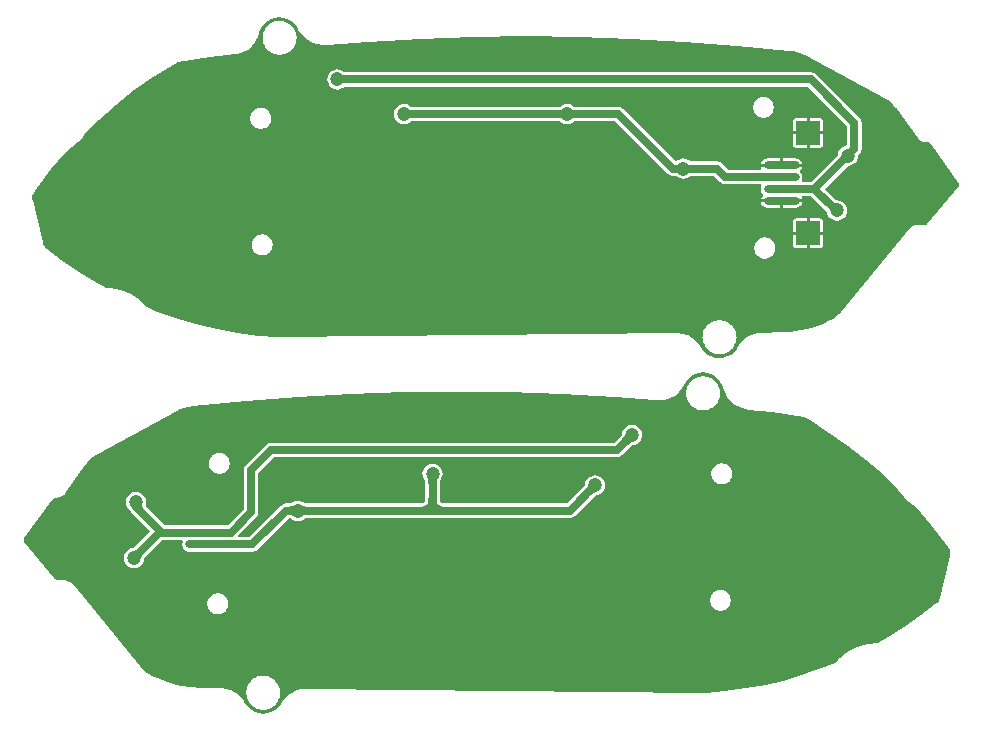
<source format=gbl>
G04 Layer_Physical_Order=2*
G04 Layer_Color=16711680*
%FSLAX44Y44*%
%MOMM*%
G71*
G01*
G75*
%ADD23C,0.7000*%
%ADD30C,1.2000*%
%ADD31O,3.0000X0.7000*%
%ADD32R,2.0000X2.0000*%
G36*
X229036Y595457D02*
X232341Y594454D01*
X235386Y592827D01*
X238055Y590636D01*
X240245Y587967D01*
X241434Y585743D01*
X241434Y585743D01*
X241665Y585405D01*
X241772Y585291D01*
X243111Y582787D01*
X246059Y579194D01*
X249652Y576246D01*
X253750Y574055D01*
X258198Y572706D01*
X262823Y572250D01*
X263517Y572319D01*
X264787Y572364D01*
X266029Y572459D01*
X300565Y575101D01*
X345143Y577535D01*
X389764Y578996D01*
X434406Y579483D01*
X479048Y578996D01*
X523669Y577535D01*
X568247Y575101D01*
X612761Y571696D01*
X657191Y567320D01*
X660104Y566968D01*
X660097Y566890D01*
X661290Y566796D01*
X661345Y566788D01*
X665343Y565828D01*
X668616Y564473D01*
X669735Y563896D01*
X670862Y563309D01*
X739269Y526239D01*
X739270Y526236D01*
X739262Y526220D01*
X742218Y524409D01*
X745363Y521722D01*
X748050Y518577D01*
X748126Y518453D01*
X748152Y518394D01*
X766033Y493369D01*
X766252Y493164D01*
X766418Y492915D01*
X766510Y492854D01*
X766953Y492277D01*
X768748Y490899D01*
X770839Y490033D01*
X773082Y489738D01*
X773122Y489743D01*
X773130Y489742D01*
X773150Y489746D01*
X773165Y489743D01*
X775244Y489763D01*
X775249Y489762D01*
X775254Y489763D01*
X775282Y489763D01*
X775348Y489777D01*
X776365Y489190D01*
Y489190D01*
X777123Y488170D01*
X800939Y454840D01*
X800939Y454836D01*
X800921Y454824D01*
X801205Y454138D01*
X801189Y454060D01*
X801205Y453983D01*
X800885Y453212D01*
X800884Y453211D01*
X774009Y420553D01*
X773934Y420414D01*
X773069Y420056D01*
X773023Y420065D01*
X773003Y420061D01*
X772985Y420064D01*
X765903Y419997D01*
X765828Y419981D01*
X763742Y419707D01*
X761652Y418841D01*
X759856Y417463D01*
X759623Y417159D01*
X759531Y417098D01*
X759433Y416951D01*
X759296Y416839D01*
X701312Y346380D01*
X701237Y346373D01*
X701237Y346373D01*
Y346372D01*
X699582Y344435D01*
X696436Y341748D01*
X694126Y340333D01*
X693070Y339688D01*
X691939Y339153D01*
X685604Y336157D01*
X676697Y332970D01*
X667521Y330672D01*
X658164Y329284D01*
X649739Y328870D01*
X649670Y328884D01*
X649650Y328880D01*
X649635Y328882D01*
X635348Y328746D01*
X634078Y328757D01*
Y328757D01*
X629679Y328324D01*
X625231Y326975D01*
X621133Y324784D01*
X617540Y321836D01*
X614591Y318243D01*
X614151Y317419D01*
X613449Y316374D01*
X613448Y316372D01*
X612683Y314940D01*
X610493Y312271D01*
X607823Y310081D01*
X604778Y308453D01*
X601474Y307451D01*
X598037Y307112D01*
X594601Y307451D01*
X591297Y308453D01*
X588252Y310081D01*
X585583Y312271D01*
X583392Y314940D01*
X582784Y316078D01*
X582784Y316078D01*
X582085Y317143D01*
X581865Y317554D01*
X578917Y321147D01*
X575324Y324095D01*
X571226Y326286D01*
X566778Y327635D01*
X563170Y327990D01*
X562153Y328091D01*
X561927Y328068D01*
X561927Y328046D01*
X561925Y328045D01*
X224029Y324818D01*
X208272Y326058D01*
X190292Y328425D01*
X172460Y331730D01*
X154826Y335963D01*
X137437Y341114D01*
X120342Y347168D01*
X115012Y349376D01*
D01*
X113935Y349954D01*
X113459Y350272D01*
X112562Y351097D01*
X112045Y351664D01*
X111716Y352025D01*
X111694Y352049D01*
X111387Y352393D01*
X111386Y352394D01*
X111386Y352394D01*
X111384Y352396D01*
X111381Y352399D01*
X111379Y352402D01*
X111376Y352405D01*
X111345Y352429D01*
X111324Y352462D01*
X111094Y352707D01*
X111081Y352716D01*
X111073Y352729D01*
X110840Y352972D01*
X110828Y352981D01*
X110820Y352994D01*
X110585Y353235D01*
X110565Y353255D01*
X110564Y353256D01*
X110552Y353269D01*
X110549Y353273D01*
X110467Y353354D01*
X110329Y353495D01*
X110316Y353507D01*
X110313Y353512D01*
X110151Y353671D01*
X110069Y353754D01*
X110047Y353775D01*
X110047Y353775D01*
X110033Y353789D01*
X109833Y353985D01*
X109543Y354265D01*
X109543Y354265D01*
X109520Y354286D01*
X109283Y354512D01*
X109277Y354517D01*
X109276Y354518D01*
X109255Y354538D01*
X109013Y354764D01*
X109011Y354766D01*
X109009Y354767D01*
X108987Y354787D01*
X108914Y354854D01*
X108741Y355013D01*
X108727Y355022D01*
X108718Y355034D01*
X108468Y355259D01*
X108455Y355267D01*
X108446Y355279D01*
X108195Y355502D01*
X108181Y355510D01*
X108172Y355522D01*
X107919Y355743D01*
X107905Y355751D01*
X107895Y355764D01*
X107642Y355981D01*
X107633Y355986D01*
X107626Y355994D01*
X107626Y355995D01*
X107621Y355998D01*
X107618Y356002D01*
X107363Y356217D01*
X107349Y356225D01*
X107339Y356237D01*
X107080Y356451D01*
X107066Y356459D01*
X107057Y356471D01*
X106797Y356683D01*
X106783Y356690D01*
X106773Y356702D01*
X106512Y356912D01*
X106498Y356919D01*
X106488Y356931D01*
X106224Y357139D01*
X106210Y357146D01*
X106200Y357158D01*
X105936Y357362D01*
X105926Y357367D01*
X105919Y357376D01*
X105918Y357377D01*
X105914Y357379D01*
X105911Y357382D01*
X105646Y357584D01*
X105632Y357591D01*
X105621Y357603D01*
X105353Y357804D01*
X105338Y357811D01*
X105327Y357823D01*
X105059Y358021D01*
X105051Y358025D01*
X105044Y358031D01*
X105043Y358032D01*
X105037Y358035D01*
X105033Y358040D01*
X104763Y358235D01*
X104749Y358242D01*
X104738Y358253D01*
X104465Y358448D01*
X104451Y358454D01*
X104440Y358465D01*
X104166Y358657D01*
X104151Y358663D01*
X104141Y358674D01*
X103865Y358864D01*
X103850Y358870D01*
X103840Y358881D01*
X103562Y359068D01*
X103547Y359075D01*
X103536Y359086D01*
X103259Y359269D01*
X103244Y359276D01*
X103232Y359287D01*
X102952Y359469D01*
X102938Y359475D01*
X102927Y359486D01*
X102645Y359666D01*
X102630Y359672D01*
X102619Y359682D01*
X102336Y359860D01*
X102321Y359866D01*
X102309Y359876D01*
X102026Y360051D01*
X102013Y360056D01*
X102002Y360065D01*
X102001Y360066D01*
X102000Y360067D01*
X101999Y360068D01*
X101714Y360240D01*
X101712Y360241D01*
X101709Y360243D01*
X101707Y360244D01*
X101697Y360248D01*
X101688Y360255D01*
X101687Y360256D01*
X101687Y360256D01*
X101687Y360256D01*
X101401Y360426D01*
X101385Y360431D01*
X101373Y360442D01*
X101371Y360443D01*
X101371Y360444D01*
X101370Y360444D01*
X101086Y360609D01*
X101070Y360615D01*
X101058Y360625D01*
X100770Y360790D01*
X100755Y360795D01*
X100743Y360806D01*
X100451Y360969D01*
X100436Y360973D01*
X100424Y360983D01*
X100132Y361144D01*
X100117Y361149D01*
X100105Y361158D01*
X99812Y361316D01*
X99797Y361321D01*
X99785Y361331D01*
X99784Y361331D01*
X99784Y361331D01*
X99784Y361331D01*
X99491Y361486D01*
X99476Y361490D01*
X99464Y361500D01*
X99463Y361501D01*
X99463Y361501D01*
X99462Y361501D01*
X99168Y361653D01*
X99153Y361657D01*
X99140Y361668D01*
X98843Y361818D01*
X98828Y361822D01*
X98815Y361832D01*
X98517Y361979D01*
X98502Y361984D01*
X98489Y361993D01*
X98191Y362138D01*
X98176Y362142D01*
X98163Y362151D01*
X97863Y362294D01*
X97847Y362298D01*
X97835Y362307D01*
X97533Y362447D01*
X97518Y362451D01*
X97506Y362460D01*
X97324Y362543D01*
X97203Y362598D01*
X97175Y362610D01*
X97174Y362611D01*
X97171Y362612D01*
X96872Y362745D01*
X96844Y362757D01*
X96843Y362758D01*
X96837Y362761D01*
X96539Y362890D01*
X96511Y362902D01*
X96511Y362902D01*
X96177Y363045D01*
X95870Y363172D01*
X95870Y363172D01*
X95869Y363172D01*
X95563Y363296D01*
X95559Y363297D01*
X95536Y363306D01*
X95536Y363306D01*
X95509Y363317D01*
X95508Y363317D01*
X95506Y363318D01*
X95205Y363437D01*
X95198Y363440D01*
X95197Y363440D01*
X95169Y363451D01*
X94863Y363568D01*
X94860Y363570D01*
X94859Y363570D01*
X94831Y363581D01*
X94689Y363634D01*
X94522Y363697D01*
X94506Y363700D01*
X94492Y363708D01*
X94183Y363821D01*
X94166Y363824D01*
X94152Y363832D01*
X93843Y363942D01*
X93833Y363944D01*
X93824Y363949D01*
X93823Y363949D01*
X93820Y363950D01*
X93816Y363951D01*
X93814Y363952D01*
X93812Y363953D01*
X93811Y363953D01*
X93501Y364061D01*
X93484Y364063D01*
X93470Y364072D01*
X93158Y364176D01*
X93142Y364178D01*
X93128Y364186D01*
X92815Y364289D01*
X92799Y364291D01*
X92784Y364299D01*
X92472Y364398D01*
X92456Y364400D01*
X92441Y364408D01*
X92126Y364505D01*
X92110Y364507D01*
X92096Y364514D01*
X91782Y364608D01*
X91769Y364610D01*
X91757Y364616D01*
X91757Y364616D01*
X91753Y364616D01*
X91750Y364618D01*
X91435Y364709D01*
X91419Y364710D01*
X91404Y364718D01*
X91089Y364806D01*
X91073Y364808D01*
X91058Y364815D01*
X90741Y364901D01*
X90725Y364902D01*
X90710Y364909D01*
X90392Y364992D01*
X90376Y364994D01*
X90361Y365000D01*
X90044Y365081D01*
X90028Y365081D01*
X90013Y365088D01*
X89694Y365166D01*
X89678Y365167D01*
X89664Y365173D01*
X89345Y365248D01*
X89328Y365249D01*
X89313Y365256D01*
X88995Y365327D01*
X88989Y365328D01*
X88983Y365330D01*
X88982Y365330D01*
X88972Y365331D01*
X88963Y365335D01*
X88644Y365404D01*
X88627Y365404D01*
X88612Y365410D01*
X88292Y365477D01*
X88275Y365477D01*
X88260Y365483D01*
X87942Y365546D01*
X87929D01*
X87918Y365551D01*
X87916Y365551D01*
X87913Y365551D01*
X87909Y365553D01*
X87588Y365614D01*
X87579Y365613D01*
X87570Y365617D01*
X87569Y365617D01*
X87565Y365617D01*
X87562Y365618D01*
X87562Y365618D01*
X87558Y365618D01*
X87555Y365620D01*
X87236Y365677D01*
X87219Y365677D01*
X87204Y365683D01*
X86882Y365738D01*
X86866Y365737D01*
X86851Y365743D01*
X86529Y365796D01*
X86512Y365795D01*
X86496Y365801D01*
X86177Y365850D01*
X86168Y365849D01*
X86161Y365852D01*
X86159Y365852D01*
X86151Y365852D01*
X86143Y365855D01*
X85822Y365901D01*
X85805Y365900D01*
X85789Y365906D01*
X85467Y365949D01*
X85455Y365949D01*
X85443Y365952D01*
X85443Y365953D01*
X85438Y365952D01*
X85434Y365954D01*
X85113Y365994D01*
X85096Y365993D01*
X85080Y365998D01*
X84759Y366036D01*
X84742Y366035D01*
X84726Y366040D01*
X84403Y366075D01*
X84387Y366074D01*
X84371Y366078D01*
X84048Y366111D01*
X84031Y366109D01*
X84015Y366114D01*
X83694Y366143D01*
X83689Y366143D01*
X83684Y366144D01*
X83683Y366144D01*
X83672Y366143D01*
X83661Y366146D01*
X83338Y366172D01*
X83321Y366170D01*
X83304Y366175D01*
X82983Y366199D01*
X82966Y366196D01*
X82950Y366201D01*
X82627Y366222D01*
X82611Y366219D01*
X82595Y366223D01*
X82272Y366241D01*
X82255Y366239D01*
X82239Y366243D01*
X81917Y366258D01*
X81900Y366255D01*
X81884Y366259D01*
X81561Y366272D01*
X81545Y366269D01*
X81528Y366273D01*
X81207Y366282D01*
X81190Y366279D01*
X81173Y366283D01*
X80851Y366289D01*
X80835Y366286D01*
X80818Y366289D01*
X80609Y366292D01*
X80588Y366288D01*
X80565Y366292D01*
X80515Y366282D01*
X80457Y366294D01*
X80388Y366280D01*
X78752Y366605D01*
X77629Y367122D01*
X77629Y367122D01*
X71281Y370569D01*
X55818Y380044D01*
X40872Y390316D01*
X28895Y399507D01*
X27920Y400322D01*
X27920Y400322D01*
Y400322D01*
X27042Y401153D01*
X26098Y402566D01*
X25754Y403767D01*
X25405Y404989D01*
X16783Y440775D01*
X16537Y442022D01*
X16537Y442022D01*
X16537Y442022D01*
X16244Y443492D01*
X16731Y445942D01*
X17550Y447168D01*
X17533Y447180D01*
X20572Y451495D01*
X32542Y466833D01*
X45251Y481566D01*
X47359Y483780D01*
X47359D01*
X47739Y484094D01*
X48718Y484835D01*
Y484835D01*
X49714Y485589D01*
X50963Y486354D01*
X55278Y490040D01*
X58964Y494355D01*
X60936Y497575D01*
X61022Y497531D01*
X61028Y497528D01*
X61304Y497942D01*
X62065Y498892D01*
X72758Y509073D01*
X87490Y521781D01*
X102828Y533751D01*
X118735Y544954D01*
X135173Y555363D01*
X139955Y558072D01*
X167297Y561976D01*
X188404Y564520D01*
Y564520D01*
X189654Y564765D01*
X190178Y564817D01*
X194625Y566166D01*
X198724Y568357D01*
X202317Y571305D01*
X205265Y574898D01*
X207456Y578997D01*
X208137Y581242D01*
X208558Y582388D01*
X208559Y582389D01*
X208558Y582389D01*
X209327Y584922D01*
X210954Y587967D01*
X213145Y590636D01*
X215814Y592827D01*
X218859Y594454D01*
X222164Y595457D01*
X225600Y595795D01*
X229036Y595457D01*
D02*
G37*
G36*
X587779Y294573D02*
X591094Y293568D01*
X594148Y291935D01*
X596825Y289738D01*
X599023Y287061D01*
X600656Y284006D01*
X601058Y282678D01*
X601369Y281487D01*
X601368Y281484D01*
X601377Y281457D01*
X601379Y281452D01*
X601391Y281429D01*
X601841Y280340D01*
X602526Y278081D01*
X604712Y273991D01*
X607654Y270407D01*
X611238Y267465D01*
X615328Y265280D01*
X619765Y263933D01*
X620278Y263883D01*
X621174Y263649D01*
X621509Y263558D01*
X621523Y263552D01*
X622793Y263486D01*
X642642Y261093D01*
X669995Y257188D01*
X674787Y254473D01*
X691227Y244063D01*
X707136Y232858D01*
X722477Y220886D01*
X737211Y208176D01*
X746975Y198881D01*
X747750Y197859D01*
X747774Y197842D01*
X747800Y197831D01*
X748663Y197017D01*
X748938Y196582D01*
X748964Y196519D01*
X748994Y196538D01*
X749135Y196428D01*
X749697Y195598D01*
X751012Y193451D01*
X754692Y189142D01*
X759001Y185462D01*
X760222Y184714D01*
X761223Y183918D01*
X761245Y183903D01*
X761250Y183901D01*
X761645Y183652D01*
X762451Y182772D01*
X762464Y182741D01*
X762613Y182880D01*
X764722Y180666D01*
X777432Y165931D01*
X789403Y150591D01*
X791732Y147284D01*
X792131Y146625D01*
X792378Y146215D01*
X792379Y146213D01*
X792387Y146200D01*
X792388Y146200D01*
X792389Y146200D01*
X792471Y146091D01*
X793145Y145187D01*
X793252Y145027D01*
X793710Y142723D01*
X793677Y142556D01*
X793710Y142389D01*
X793701Y142342D01*
X793430Y141116D01*
X793419Y141090D01*
X793204Y139836D01*
X784579Y104040D01*
X784200Y102826D01*
X784185Y102791D01*
X783867Y101581D01*
X782964Y100231D01*
X782293Y99686D01*
X781973Y99431D01*
X781973Y99431D01*
X781950Y99417D01*
X781049Y98512D01*
X769091Y89337D01*
X754143Y79063D01*
X738678Y69586D01*
X733435Y66739D01*
X732337Y66143D01*
X732321Y66154D01*
X732321Y66154D01*
X732309Y66150D01*
X731190Y65616D01*
X730570Y65493D01*
X729299Y65527D01*
X729112Y65525D01*
X728052Y65472D01*
X727688Y65448D01*
X727330Y65420D01*
X726977Y65391D01*
X726277Y65326D01*
X725209Y65201D01*
X724855Y65154D01*
X724143Y65050D01*
X723438Y64935D01*
X722377Y64740D01*
X722021Y64668D01*
X721311Y64516D01*
X720956Y64434D01*
X720275Y64275D01*
X719576Y64094D01*
X719223Y63999D01*
X718527Y63802D01*
X717835Y63594D01*
X717496Y63488D01*
X717125Y63367D01*
X716806Y63262D01*
X715776Y62901D01*
X715449Y62782D01*
X715107Y62652D01*
X714764Y62520D01*
X714088Y62249D01*
X714066Y62240D01*
X713724Y62098D01*
X713378Y61952D01*
X713042Y61806D01*
X712719Y61663D01*
X712423Y61528D01*
X711738Y61209D01*
X711438Y61063D01*
X711075Y60886D01*
X710760Y60728D01*
X710427Y60558D01*
X710114Y60394D01*
X709792Y60222D01*
X709472Y60049D01*
X709151Y59872D01*
X708861Y59707D01*
X708545Y59525D01*
X707916Y59155D01*
X707257Y58757D01*
X706956Y58567D01*
X706637Y58365D01*
X706323Y58163D01*
X705734Y57767D01*
X705130Y57351D01*
X704828Y57138D01*
X704225Y56703D01*
X703939Y56490D01*
X703936Y56487D01*
X703362Y56049D01*
X702489Y55361D01*
X701920Y54893D01*
X701084Y54177D01*
X700807Y53933D01*
X699998Y53194D01*
X699729Y52940D01*
X699501Y52711D01*
X698992Y52176D01*
X698748Y51912D01*
X698424Y51521D01*
X698423Y51519D01*
X697775Y50520D01*
X697623Y50352D01*
X697357Y50338D01*
X697334Y50302D01*
X697183Y50112D01*
X696874Y49738D01*
X696447Y49254D01*
X696018Y48967D01*
X695489Y48684D01*
X694929Y48385D01*
X693767Y47903D01*
X689610Y46181D01*
X672512Y40127D01*
X655121Y34975D01*
X637484Y30741D01*
X619649Y27436D01*
X601666Y25068D01*
X587140Y23925D01*
X585871Y24052D01*
X585841Y24064D01*
X585707Y24009D01*
X585538Y23831D01*
X584600Y23840D01*
X249240Y27043D01*
X249178Y27045D01*
X249157Y27049D01*
X249156Y27049D01*
X247985Y27291D01*
Y27286D01*
X247970Y27273D01*
X246851Y27009D01*
X243165Y26646D01*
X238727Y25300D01*
X234638Y23114D01*
X231054Y20172D01*
X228112Y16588D01*
X227900Y16191D01*
X227181Y15139D01*
X227172Y15115D01*
X227190Y15105D01*
X226585Y13974D01*
X224388Y11297D01*
X221711Y9100D01*
X218656Y7467D01*
X215342Y6461D01*
X211895Y6122D01*
X208448Y6461D01*
X205134Y7467D01*
X202079Y9100D01*
X199402Y11297D01*
X197204Y13974D01*
X197055Y14255D01*
X196465Y15379D01*
X196454Y15405D01*
X195915Y16185D01*
X195777Y16388D01*
X195756Y16420D01*
X195744Y16439D01*
X195296Y17277D01*
X192354Y20861D01*
X188770Y23803D01*
X184680Y25989D01*
X180243Y27335D01*
X176972Y27657D01*
X175859Y27968D01*
X175859Y27969D01*
X175859Y27969D01*
X175834Y27980D01*
X175824Y27980D01*
X175824Y27980D01*
X175815Y27976D01*
X175613Y27938D01*
X175613Y27938D01*
X174562Y27756D01*
X161558Y27880D01*
X160441Y28091D01*
X160305Y28119D01*
X160296Y28122D01*
X160274Y28126D01*
X159003Y27938D01*
X151763Y28294D01*
X142401Y29683D01*
X133219Y31982D01*
X124308Y35171D01*
X117989Y38159D01*
X116902Y38752D01*
X116901Y38755D01*
X116874Y38768D01*
X116871Y38769D01*
X115766Y39358D01*
X113464Y40768D01*
X110313Y43460D01*
X109479Y44436D01*
X108744Y45453D01*
X108742Y45457D01*
X108726Y45485D01*
X108714Y45486D01*
X107820Y46332D01*
X51391Y114901D01*
X50698Y115743D01*
X50719Y115956D01*
X50719Y115956D01*
X50709Y115981D01*
X50040Y116487D01*
X50039Y116488D01*
X49729Y116725D01*
X48254Y117858D01*
X46176Y118718D01*
X45216Y118844D01*
X45131Y118856D01*
X44041Y119229D01*
X44041Y119230D01*
X44040Y119230D01*
X44019Y119238D01*
X44013Y119239D01*
X44013Y119239D01*
X44010Y119237D01*
X42841Y119018D01*
X38214Y119062D01*
X37135Y119265D01*
X36970Y119298D01*
X35989Y119705D01*
X35983Y119706D01*
X35064Y120576D01*
X9822Y151249D01*
X9240Y152157D01*
X9126Y152340D01*
X9116Y152365D01*
X8981Y152833D01*
X8898Y153130D01*
X8967Y153490D01*
X9046Y153868D01*
X9056Y153893D01*
X9036Y154014D01*
X9668Y154940D01*
X32769Y187269D01*
X33569Y188180D01*
X33571Y188180D01*
Y188180D01*
X34685Y188645D01*
X34685D01*
X34687Y188646D01*
X34692Y188650D01*
X35682Y188837D01*
X36767Y188633D01*
X36788Y188625D01*
X36795Y188625D01*
X36802Y188624D01*
X36802Y188624D01*
X36806Y188626D01*
X36850Y188856D01*
X39080Y189149D01*
X41157Y190010D01*
X42142Y190765D01*
X42941Y191379D01*
X43056Y191529D01*
X43120Y191603D01*
X43945Y192387D01*
X43949Y192397D01*
X44594Y193498D01*
X60991Y216447D01*
X61825Y217411D01*
X61831Y217419D01*
X61842Y217443D01*
X61848Y217458D01*
X62556Y218512D01*
X64531Y220824D01*
X67683Y223516D01*
X69555Y224663D01*
X70650Y225280D01*
X70685Y225295D01*
X70698Y225302D01*
X71758Y225958D01*
X139033Y262413D01*
X140161Y262948D01*
X140182Y262957D01*
X141287Y263582D01*
X144572Y264944D01*
X148603Y265911D01*
X148644Y265914D01*
X149821Y265915D01*
X149822Y265901D01*
X149849Y265907D01*
X150999Y266222D01*
X151019Y266226D01*
X152181Y266370D01*
X152276Y266381D01*
X152735Y266437D01*
X197166Y270813D01*
X241682Y274219D01*
X286261Y276653D01*
X330883Y278113D01*
X375527Y278600D01*
X420170Y278113D01*
X464792Y276653D01*
X509371Y274219D01*
X543911Y271576D01*
X545117Y271335D01*
X545130Y271329D01*
X546413Y271437D01*
X547109Y271368D01*
X551724Y271823D01*
X556161Y273169D01*
X560251Y275355D01*
X563835Y278296D01*
X566777Y281881D01*
X567771Y283741D01*
X567874Y283917D01*
X568367Y284701D01*
X568449Y284779D01*
X568450Y284779D01*
X568452Y284784D01*
X569025Y285906D01*
X569642Y287061D01*
X571839Y289738D01*
X574516Y291935D01*
X577571Y293568D01*
X580886Y294573D01*
X584332Y294913D01*
X587779Y294573D01*
D02*
G37*
%LPC*%
G36*
X225758Y592765D02*
X225591Y592731D01*
X225420Y592743D01*
X224830Y592665D01*
X224653D01*
X224403Y592615D01*
X224148D01*
X223553Y592497D01*
X222353Y592339D01*
X222032Y592230D01*
X221700Y592164D01*
X218842Y590980D01*
X218560Y590792D01*
X218256Y590642D01*
X217068Y589730D01*
X216881Y589605D01*
X216801Y589525D01*
X215802Y588758D01*
X215578Y588504D01*
X215324Y588280D01*
X214557Y587281D01*
X214530Y587254D01*
X214488Y587191D01*
X213440Y585826D01*
X213291Y585522D01*
X213102Y585240D01*
X211918Y582382D01*
X211852Y582050D01*
X211743Y581729D01*
X211339Y578662D01*
X211362Y578324D01*
X211339Y577985D01*
X211743Y574918D01*
X211852Y574597D01*
X211918Y574265D01*
X213102Y571407D01*
X213291Y571125D01*
X213440Y570821D01*
X214503Y569436D01*
X214530Y569396D01*
X214547Y569379D01*
X215324Y568367D01*
X215578Y568143D01*
X215802Y567889D01*
X216814Y567112D01*
X216881Y567045D01*
X217039Y566939D01*
X218256Y566005D01*
X218560Y565855D01*
X218842Y565667D01*
X221700Y564483D01*
X222032Y564417D01*
X222353Y564308D01*
X223596Y564145D01*
X224148Y564035D01*
X224403D01*
X224653Y563985D01*
X224807D01*
X225420Y563904D01*
X225591Y563916D01*
X225758Y563882D01*
X225926Y563916D01*
X226096Y563904D01*
X226709Y563985D01*
X226967D01*
X227218Y564035D01*
X227473D01*
X228227Y564185D01*
X229164Y564308D01*
X229485Y564417D01*
X229817Y564483D01*
X230136Y564616D01*
X230228Y564634D01*
X232367Y565520D01*
X232445Y565572D01*
X232675Y565667D01*
X232809Y565756D01*
X232815Y565759D01*
X232965Y565860D01*
X233261Y566005D01*
X233782Y566405D01*
X234739Y567045D01*
X234919Y567225D01*
X235131Y567367D01*
X235449Y567685D01*
X235715Y567889D01*
X235939Y568143D01*
X236193Y568367D01*
X236397Y568633D01*
X236768Y569003D01*
X236910Y569216D01*
X237090Y569396D01*
X237813Y570477D01*
X238077Y570821D01*
X238173Y571016D01*
X238376Y571320D01*
X238407Y571395D01*
X238415Y571407D01*
X238481Y571567D01*
X238615Y571768D01*
X239501Y573907D01*
X239548Y574143D01*
X239599Y574265D01*
X239601Y574278D01*
X239648Y574392D01*
X239724Y574772D01*
X239774Y574918D01*
X239814Y575224D01*
X240100Y576662D01*
Y576917D01*
X240150Y577168D01*
Y577776D01*
X240177Y577985D01*
X240155Y578324D01*
X240177Y578662D01*
X240150Y578871D01*
Y579482D01*
X240100Y579732D01*
Y579987D01*
X239813Y581432D01*
X239774Y581729D01*
X239725Y581871D01*
X239648Y582258D01*
X239600Y582374D01*
X239599Y582382D01*
X239549Y582501D01*
X239501Y582743D01*
X238615Y584882D01*
X238478Y585087D01*
X238415Y585240D01*
X238410Y585247D01*
X238376Y585330D01*
X238167Y585642D01*
X238077Y585826D01*
X237828Y586150D01*
X237090Y587254D01*
X236910Y587434D01*
X236768Y587646D01*
X236388Y588027D01*
X236193Y588280D01*
X235939Y588504D01*
X235715Y588758D01*
X235462Y588953D01*
X235131Y589283D01*
X234919Y589425D01*
X234739Y589605D01*
X233753Y590264D01*
X233261Y590642D01*
X232982Y590779D01*
X232815Y590891D01*
X232798Y590898D01*
X232675Y590980D01*
X232457Y591070D01*
X232367Y591130D01*
X230228Y592016D01*
X230123Y592037D01*
X229817Y592164D01*
X229485Y592230D01*
X229164Y592339D01*
X228270Y592456D01*
X227473Y592615D01*
X227218D01*
X226967Y592665D01*
X226688D01*
X226096Y592743D01*
X225926Y592731D01*
X225758Y592765D01*
D02*
G37*
G36*
X635508Y528286D02*
X635258Y528236D01*
X635003D01*
X632565Y527751D01*
X631631Y527364D01*
X629564Y525983D01*
X629564Y525983D01*
X628849Y525268D01*
X627468Y523201D01*
X627081Y522267D01*
X626596Y519829D01*
Y518818D01*
X627081Y516380D01*
X627468Y515446D01*
X628849Y513379D01*
X628849Y513379D01*
X629564Y512664D01*
X631631Y511283D01*
X632565Y510896D01*
X635003Y510411D01*
X635258D01*
X635508Y510361D01*
X635759Y510411D01*
X636014D01*
X638452Y510896D01*
X639386Y511283D01*
X641453Y512664D01*
X641453Y512664D01*
X642168Y513379D01*
X643549Y515446D01*
X643936Y516380D01*
X644421Y518818D01*
Y519829D01*
X643936Y522267D01*
X643549Y523201D01*
X642168Y525268D01*
X642168Y525268D01*
X641453Y525983D01*
X639386Y527364D01*
X638452Y527751D01*
X636014Y528236D01*
X635759D01*
X635508Y528286D01*
D02*
G37*
G36*
X210009Y519036D02*
X209758Y518986D01*
X209503D01*
X207065Y518501D01*
X206131Y518114D01*
X204064Y516733D01*
X204064Y516733D01*
X203349Y516018D01*
X201968Y513951D01*
X201581Y513017D01*
X201096Y510579D01*
Y509568D01*
X201581Y507130D01*
X201968Y506196D01*
X203349Y504129D01*
X203349Y504129D01*
X204064Y503414D01*
X206131Y502033D01*
X207065Y501646D01*
X209503Y501161D01*
X209758D01*
X210009Y501111D01*
X210259Y501161D01*
X210514D01*
X212952Y501646D01*
X213886Y502033D01*
X215953Y503414D01*
X215953Y503414D01*
X216668Y504129D01*
X218049Y506196D01*
X218436Y507130D01*
X218921Y509568D01*
Y510579D01*
X218436Y513017D01*
X218049Y513951D01*
X216668Y516018D01*
X216668Y516018D01*
X215953Y516733D01*
X213886Y518114D01*
X212952Y518501D01*
X210514Y518986D01*
X210259D01*
X210009Y519036D01*
D02*
G37*
G36*
X683259Y510413D02*
X674529D01*
Y499094D01*
X685848D01*
Y507824D01*
X685651Y508815D01*
X685090Y509655D01*
X684249Y510216D01*
X683259Y510413D01*
D02*
G37*
G36*
X671989D02*
X663259D01*
X662267Y510216D01*
X661427Y509655D01*
X660866Y508815D01*
X660669Y507824D01*
Y499094D01*
X671989D01*
Y510413D01*
D02*
G37*
G36*
X685848Y496553D02*
X674529D01*
Y485234D01*
X683259D01*
X684249Y485431D01*
X685090Y485992D01*
X685651Y486833D01*
X685848Y487824D01*
Y496553D01*
D02*
G37*
G36*
X671989D02*
X660669D01*
Y487824D01*
X660866Y486833D01*
X661427Y485992D01*
X662267Y485431D01*
X663259Y485234D01*
X671989D01*
Y496553D01*
D02*
G37*
G36*
X662259Y476482D02*
X652029D01*
Y471594D01*
X668164D01*
X667948Y472680D01*
X666613Y474678D01*
X664615Y476013D01*
X662259Y476482D01*
D02*
G37*
G36*
X649489D02*
X639258D01*
X636902Y476013D01*
X634904Y474678D01*
X633569Y472680D01*
X633353Y471594D01*
X649489D01*
Y476482D01*
D02*
G37*
G36*
X274758Y551687D02*
X272529Y551394D01*
X270452Y550533D01*
X268668Y549164D01*
X267299Y547380D01*
X266438Y545303D01*
X266145Y543074D01*
X266438Y540844D01*
X267299Y538767D01*
X268668Y536983D01*
X270452Y535614D01*
X272529Y534753D01*
X274758Y534460D01*
X276988Y534753D01*
X279065Y535614D01*
X280761Y536915D01*
X672958D01*
X706350Y503523D01*
Y487101D01*
X704779Y486894D01*
X702702Y486033D01*
X700918Y484664D01*
X699549Y482880D01*
X698688Y480803D01*
X698447Y478971D01*
X675958Y456482D01*
X668303D01*
X667704Y457602D01*
X667948Y457967D01*
X668417Y460323D01*
X667948Y462680D01*
X666613Y464678D01*
X666598Y464688D01*
Y465602D01*
X666722Y466133D01*
X667948Y467967D01*
X668164Y469053D01*
X650759D01*
X633353D01*
X633569Y467967D01*
X633813Y467602D01*
X633214Y466482D01*
X605809D01*
X600363Y471928D01*
X598365Y473263D01*
X596008Y473732D01*
X573761D01*
X572065Y475033D01*
X569988Y475894D01*
X567758Y476187D01*
X565529Y475894D01*
X563452Y475033D01*
X561756Y473732D01*
X561309D01*
X516863Y518178D01*
X514865Y519513D01*
X512509Y519982D01*
X475261D01*
X473565Y521283D01*
X471488Y522144D01*
X469258Y522437D01*
X467029Y522144D01*
X464952Y521283D01*
X463256Y519982D01*
X337261D01*
X335565Y521283D01*
X333488Y522144D01*
X331259Y522437D01*
X329029Y522144D01*
X326952Y521283D01*
X325168Y519914D01*
X323799Y518130D01*
X322938Y516053D01*
X322645Y513824D01*
X322938Y511594D01*
X323799Y509517D01*
X325168Y507733D01*
X326952Y506364D01*
X329029Y505503D01*
X331259Y505210D01*
X333488Y505503D01*
X335565Y506364D01*
X337261Y507665D01*
X463256D01*
X464952Y506364D01*
X467029Y505503D01*
X469258Y505210D01*
X471488Y505503D01*
X473565Y506364D01*
X475261Y507665D01*
X509958D01*
X554404Y463219D01*
X556402Y461884D01*
X558759Y461415D01*
X561756D01*
X563452Y460114D01*
X565529Y459253D01*
X567758Y458960D01*
X569988Y459253D01*
X572065Y460114D01*
X573761Y461415D01*
X593458D01*
X598904Y455969D01*
X600902Y454634D01*
X603259Y454165D01*
X633214D01*
X633813Y453045D01*
X633569Y452680D01*
X633100Y450324D01*
X633569Y447967D01*
X634795Y446133D01*
X634920Y445602D01*
Y444688D01*
X634904Y444678D01*
X633569Y442680D01*
X633353Y441594D01*
X650759D01*
X668164D01*
X667948Y442680D01*
X667704Y443045D01*
X668303Y444165D01*
X675958D01*
X689311Y430812D01*
X689438Y429844D01*
X690299Y427767D01*
X691668Y425983D01*
X693452Y424614D01*
X695529Y423753D01*
X697758Y423460D01*
X699988Y423753D01*
X702065Y424614D01*
X703849Y425983D01*
X705218Y427767D01*
X706079Y429844D01*
X706372Y432074D01*
X706079Y434303D01*
X705218Y436380D01*
X703849Y438164D01*
X702065Y439533D01*
X699988Y440394D01*
X697758Y440687D01*
X696959Y440582D01*
X687218Y450324D01*
X706872Y469978D01*
X707009Y469960D01*
X709238Y470253D01*
X711315Y471114D01*
X713099Y472483D01*
X714468Y474267D01*
X715329Y476344D01*
X715622Y478574D01*
X715604Y478710D01*
X716863Y479969D01*
X718198Y481967D01*
X718667Y484324D01*
Y506074D01*
X718198Y508430D01*
X716863Y510428D01*
X679863Y547428D01*
X677865Y548763D01*
X675508Y549232D01*
X280761D01*
X279065Y550533D01*
X276988Y551394D01*
X274758Y551687D01*
D02*
G37*
G36*
X668164Y439054D02*
X652029D01*
Y434165D01*
X662259D01*
X664615Y434634D01*
X666613Y435969D01*
X667948Y437967D01*
X668164Y439054D01*
D02*
G37*
G36*
X649489D02*
X633353D01*
X633569Y437967D01*
X634904Y435969D01*
X636902Y434634D01*
X639258Y434165D01*
X649489D01*
Y439054D01*
D02*
G37*
G36*
X683259Y425413D02*
X674529D01*
Y414094D01*
X685848D01*
Y422824D01*
X685651Y423815D01*
X685090Y424655D01*
X684249Y425216D01*
X683259Y425413D01*
D02*
G37*
G36*
X671989D02*
X663259D01*
X662267Y425216D01*
X661427Y424655D01*
X660866Y423815D01*
X660669Y422824D01*
Y414094D01*
X671989D01*
Y425413D01*
D02*
G37*
G36*
X685848Y411553D02*
X674529D01*
Y400234D01*
X683259D01*
X684249Y400431D01*
X685090Y400992D01*
X685651Y401833D01*
X685848Y402824D01*
Y411553D01*
D02*
G37*
G36*
X671989D02*
X660669D01*
Y402824D01*
X660866Y401833D01*
X661427Y400992D01*
X662267Y400431D01*
X663259Y400234D01*
X671989D01*
Y411553D01*
D02*
G37*
G36*
X211008Y412036D02*
X210758Y411986D01*
X210503D01*
X208065Y411501D01*
X207131Y411114D01*
X205064Y409733D01*
X205064Y409733D01*
X204349Y409018D01*
X202968Y406951D01*
X202581Y406017D01*
X202096Y403579D01*
Y402568D01*
X202581Y400130D01*
X202968Y399196D01*
X204349Y397129D01*
X204349Y397129D01*
X205064Y396414D01*
X207131Y395033D01*
X208065Y394646D01*
X210503Y394161D01*
X210758D01*
X211008Y394111D01*
X211259Y394161D01*
X211514D01*
X213952Y394646D01*
X214886Y395033D01*
X216953Y396414D01*
X216953Y396414D01*
X217668Y397129D01*
X219049Y399196D01*
X219436Y400130D01*
X219921Y402568D01*
Y403579D01*
X219436Y406017D01*
X219049Y406951D01*
X217668Y409018D01*
X217668Y409018D01*
X216953Y409733D01*
X214886Y411114D01*
X213952Y411501D01*
X211514Y411986D01*
X211259D01*
X211008Y412036D01*
D02*
G37*
G36*
X636508Y409286D02*
X636258Y409236D01*
X636003D01*
X633565Y408751D01*
X632631Y408364D01*
X630564Y406983D01*
X630564Y406983D01*
X629849Y406268D01*
X628468Y404201D01*
X628081Y403267D01*
X627596Y400829D01*
Y399818D01*
X628081Y397380D01*
X628468Y396446D01*
X629849Y394379D01*
X629849Y394379D01*
X630564Y393664D01*
X632631Y392283D01*
X633565Y391896D01*
X636003Y391411D01*
X636258D01*
X636508Y391361D01*
X636759Y391411D01*
X637014D01*
X639452Y391896D01*
X640386Y392283D01*
X642453Y393664D01*
X642453Y393664D01*
X643168Y394379D01*
X644549Y396446D01*
X644936Y397380D01*
X645421Y399818D01*
Y400829D01*
X644936Y403267D01*
X644549Y404201D01*
X643168Y406268D01*
X643168Y406268D01*
X642453Y406983D01*
X640386Y408364D01*
X639452Y408751D01*
X637014Y409236D01*
X636759D01*
X636508Y409286D01*
D02*
G37*
G36*
X598259Y339265D02*
X598091Y339231D01*
X597920Y339243D01*
X597673Y339210D01*
X597090D01*
X596840Y339160D01*
X596585D01*
X595196Y338884D01*
X594853Y338839D01*
X594689Y338783D01*
X594315Y338709D01*
X594212Y338666D01*
X594200Y338664D01*
X594067Y338609D01*
X593829Y338561D01*
X591691Y337676D01*
X591489Y337541D01*
X591342Y337480D01*
X591331Y337473D01*
X591243Y337436D01*
X590932Y337228D01*
X590756Y337142D01*
X590446Y336904D01*
X589319Y336150D01*
X589138Y335970D01*
X588926Y335828D01*
X588535Y335438D01*
X588302Y335258D01*
X588078Y335004D01*
X587824Y334780D01*
X587644Y334547D01*
X587289Y334192D01*
X587148Y333979D01*
X586967Y333799D01*
X586269Y332755D01*
X585940Y332326D01*
X585820Y332083D01*
X585681Y331875D01*
X585664Y331833D01*
X585602Y331740D01*
X585522Y331547D01*
X585442Y331427D01*
X584556Y329288D01*
X584528Y329147D01*
X584418Y328882D01*
X584352Y328550D01*
X584243Y328229D01*
X584142Y327463D01*
X583957Y326533D01*
Y326278D01*
X583908Y326027D01*
Y325680D01*
X583839Y325162D01*
X583862Y324823D01*
X583839Y324486D01*
X583908Y323968D01*
Y323713D01*
X583957Y323463D01*
Y323208D01*
X584106Y322460D01*
X584243Y321418D01*
X584352Y321097D01*
X584418Y320765D01*
X585602Y317907D01*
X585790Y317625D01*
X585940Y317321D01*
X586752Y316264D01*
X586967Y315941D01*
X587105Y315804D01*
X587215Y315660D01*
X587289Y315549D01*
X587337Y315501D01*
X587824Y314867D01*
X588078Y314643D01*
X588302Y314389D01*
X589239Y313670D01*
X589319Y313590D01*
X589506Y313465D01*
X590756Y312505D01*
X591060Y312355D01*
X591342Y312167D01*
X594200Y310983D01*
X594532Y310917D01*
X594853Y310808D01*
X596582Y310581D01*
X596585Y310580D01*
X596586D01*
X597920Y310404D01*
X598091Y310416D01*
X598259Y310382D01*
X598426Y310416D01*
X598596Y310404D01*
X601664Y310808D01*
X601985Y310917D01*
X602317Y310983D01*
X605175Y312167D01*
X605457Y312355D01*
X605761Y312505D01*
X607160Y313579D01*
X607176Y313590D01*
X607183Y313597D01*
X608215Y314389D01*
X608439Y314643D01*
X608693Y314867D01*
X609485Y315899D01*
X609528Y315941D01*
X609594Y316041D01*
X610577Y317321D01*
X610727Y317625D01*
X610915Y317907D01*
X612099Y320765D01*
X612165Y321097D01*
X612274Y321418D01*
X612454Y322789D01*
X612537Y323208D01*
Y323422D01*
X612553Y323543D01*
X612587Y323713D01*
Y323800D01*
X612677Y324486D01*
X612655Y324823D01*
X612677Y325162D01*
X612587Y325847D01*
Y326027D01*
X612537Y326278D01*
Y326533D01*
X612418Y327134D01*
X612274Y328229D01*
X612165Y328550D01*
X612099Y328882D01*
X611946Y329250D01*
X611939Y329288D01*
X611053Y331427D01*
X611031Y331459D01*
X610915Y331740D01*
X610727Y332022D01*
X610577Y332326D01*
X610076Y332978D01*
X609528Y333799D01*
X609347Y333979D01*
X609206Y334192D01*
X608946Y334452D01*
X608693Y334780D01*
X608439Y335004D01*
X608215Y335258D01*
X607887Y335510D01*
X607569Y335828D01*
X607357Y335970D01*
X607176Y336150D01*
X606220Y336789D01*
X605761Y337142D01*
X605501Y337270D01*
X605252Y337436D01*
X605222Y337449D01*
X605175Y337480D01*
X604970Y337565D01*
X604804Y337676D01*
X602666Y338561D01*
X602471Y338600D01*
X602317Y338664D01*
X602262Y338675D01*
X602180Y338709D01*
X601859Y338772D01*
X601664Y338839D01*
X601256Y338892D01*
X599910Y339160D01*
X599655D01*
X599405Y339210D01*
X598844D01*
X598596Y339243D01*
X598426Y339231D01*
X598259Y339265D01*
D02*
G37*
G36*
X584336Y291803D02*
X584169Y291770D01*
X583998Y291781D01*
X580931Y291378D01*
X580610Y291269D01*
X580278Y291203D01*
X577420Y290019D01*
X577138Y289830D01*
X576834Y289681D01*
X574380Y287797D01*
X574156Y287542D01*
X573901Y287319D01*
X572018Y284865D01*
X571868Y284561D01*
X571680Y284279D01*
X570496Y281421D01*
X570430Y281089D01*
X570321Y280768D01*
X570143Y279412D01*
X570042Y278907D01*
Y278652D01*
X569993Y278402D01*
Y278272D01*
X569917Y277700D01*
X569939Y277362D01*
X569917Y277024D01*
X569993Y276453D01*
Y276088D01*
X570042Y275837D01*
Y275582D01*
X570234Y274618D01*
X570321Y273957D01*
X570429Y273640D01*
X570494Y273312D01*
X570495Y273309D01*
X570496Y273304D01*
X570593Y273071D01*
X570641Y272826D01*
X571527Y270688D01*
X571666Y270481D01*
X571680Y270446D01*
X571683Y270441D01*
X571766Y270240D01*
X572012Y269873D01*
X572018Y269860D01*
X572035Y269838D01*
X573052Y268316D01*
X573232Y268136D01*
X573374Y267923D01*
X575011Y266287D01*
X575223Y266145D01*
X575403Y265965D01*
X577328Y264679D01*
X577564Y264581D01*
X577776Y264440D01*
X579914Y263554D01*
X580164Y263504D01*
X580400Y263406D01*
X582670Y262955D01*
X582925D01*
X583175Y262905D01*
X585490D01*
X585740Y262955D01*
X585995D01*
X588265Y263406D01*
X588501Y263504D01*
X588751Y263554D01*
X590889Y264440D01*
X591101Y264581D01*
X591337Y264679D01*
X593261Y265965D01*
X593442Y266145D01*
X593654Y266287D01*
X595290Y267923D01*
X595432Y268136D01*
X595612Y268316D01*
X596575Y269756D01*
X596655Y269860D01*
X596684Y269919D01*
X596898Y270240D01*
X596968Y270409D01*
X596993Y270446D01*
X597020Y270512D01*
X597138Y270688D01*
X598023Y272826D01*
X598065Y273034D01*
X598176Y273304D01*
X598243Y273636D01*
X598352Y273957D01*
X598454Y274737D01*
X598622Y275582D01*
Y275837D01*
X598672Y276088D01*
Y276392D01*
X598755Y277024D01*
X598733Y277362D01*
X598755Y277700D01*
X598672Y278333D01*
Y278402D01*
X598645Y278538D01*
X598622Y278711D01*
Y278907D01*
X598546Y279292D01*
X598352Y280768D01*
X598243Y281089D01*
X598176Y281421D01*
X596993Y284279D01*
X596804Y284561D01*
X596655Y284865D01*
X594771Y287319D01*
X594516Y287542D01*
X594293Y287797D01*
X591838Y289681D01*
X591535Y289830D01*
X591253Y290019D01*
X588395Y291203D01*
X588063Y291269D01*
X587742Y291378D01*
X584674Y291781D01*
X584504Y291770D01*
X584336Y291803D01*
D02*
G37*
G36*
X174836Y227075D02*
X174586Y227025D01*
X174331D01*
X171893Y226540D01*
X170959Y226153D01*
X168892Y224772D01*
X168892Y224772D01*
X168177Y224057D01*
X166796Y221990D01*
X166409Y221056D01*
X165924Y218618D01*
Y217607D01*
X166409Y215168D01*
X166796Y214235D01*
X168177Y212167D01*
X168177Y212167D01*
X168892Y211453D01*
X170959Y210072D01*
X171892Y209685D01*
X174331Y209200D01*
X174586D01*
X174836Y209150D01*
X175086Y209200D01*
X175342D01*
X177780Y209685D01*
X178714Y210072D01*
X180781Y211453D01*
X180781Y211453D01*
X181496Y212167D01*
X182877Y214235D01*
X183264Y215168D01*
X183749Y217607D01*
Y218617D01*
X183264Y221056D01*
X182877Y221990D01*
X181496Y224057D01*
X181496Y224057D01*
X180781Y224772D01*
X178714Y226153D01*
X177780Y226540D01*
X175342Y227025D01*
X175086D01*
X174836Y227075D01*
D02*
G37*
G36*
X600086Y218074D02*
X599836Y218025D01*
X599581D01*
X597142Y217540D01*
X596209Y217153D01*
X594142Y215772D01*
X594142Y215772D01*
X593427Y215057D01*
X592046Y212990D01*
X591659Y212056D01*
X591174Y209618D01*
Y208607D01*
X591659Y206168D01*
X592046Y205235D01*
X593427Y203168D01*
X593427Y203167D01*
X594142Y202453D01*
X596209Y201072D01*
X597142Y200685D01*
X599581Y200200D01*
X599836D01*
X600086Y200150D01*
X600336Y200200D01*
X600592D01*
X603030Y200685D01*
X603964Y201072D01*
X606031Y202453D01*
X606031Y202453D01*
X606746Y203167D01*
X608127Y205235D01*
X608514Y206168D01*
X608999Y208607D01*
Y209618D01*
X608514Y212056D01*
X608127Y212990D01*
X606746Y215057D01*
X606746Y215057D01*
X606031Y215772D01*
X603964Y217153D01*
X603030Y217540D01*
X600592Y218025D01*
X600336D01*
X600086Y218074D01*
D02*
G37*
G36*
X524086Y250726D02*
X521857Y250432D01*
X519780Y249572D01*
X517995Y248203D01*
X516627Y246419D01*
X515766Y244342D01*
X515514Y242430D01*
X515494Y242395D01*
X515408Y242265D01*
X514694Y241430D01*
X508535Y235271D01*
X218586D01*
X216230Y234802D01*
X214232Y233467D01*
X197232Y216467D01*
X195897Y214469D01*
X195428Y212112D01*
Y179163D01*
X181786Y165521D01*
X128637D01*
X112175Y181983D01*
X112142Y182022D01*
X112017Y182192D01*
X112407Y183133D01*
X112700Y185362D01*
X112407Y187592D01*
X111546Y189669D01*
X110177Y191453D01*
X108393Y192822D01*
X106316Y193682D01*
X104086Y193976D01*
X101857Y193682D01*
X99780Y192822D01*
X97996Y191453D01*
X96627Y189669D01*
X95766Y187592D01*
X95473Y185362D01*
X95766Y183133D01*
X96627Y181055D01*
X97996Y179272D01*
X98454Y178919D01*
X99732Y177008D01*
X116252Y160487D01*
X102772Y147007D01*
X102490Y146767D01*
X102249Y146585D01*
X102054Y146454D01*
X102019Y146434D01*
X100107Y146182D01*
X98029Y145322D01*
X96246Y143953D01*
X94877Y142169D01*
X94016Y140092D01*
X93723Y137862D01*
X94016Y135633D01*
X94877Y133555D01*
X96246Y131771D01*
X98029Y130403D01*
X100107Y129542D01*
X102336Y129249D01*
X104566Y129542D01*
X106643Y130403D01*
X108427Y131771D01*
X109796Y133555D01*
X110656Y135633D01*
X110908Y137545D01*
X110928Y137580D01*
X111015Y137709D01*
X111728Y138545D01*
X126387Y153204D01*
X143292D01*
X143891Y152084D01*
X143647Y151719D01*
X143178Y149362D01*
X143647Y147006D01*
X144982Y145008D01*
X146980Y143673D01*
X149336Y143204D01*
X202836D01*
X205193Y143673D01*
X207191Y145008D01*
X233887Y171704D01*
X234312D01*
X234681Y171675D01*
X234980Y171633D01*
X235211Y171587D01*
X235249Y171577D01*
X236779Y170403D01*
X238857Y169542D01*
X241086Y169249D01*
X243316Y169542D01*
X245393Y170403D01*
X246923Y171577D01*
X246962Y171587D01*
X247115Y171617D01*
X248210Y171704D01*
X471586D01*
X473943Y172173D01*
X475941Y173508D01*
X492651Y190218D01*
X492933Y190458D01*
X493173Y190639D01*
X493369Y190771D01*
X493404Y190790D01*
X495316Y191042D01*
X497393Y191903D01*
X499177Y193272D01*
X500546Y195056D01*
X501407Y197133D01*
X501700Y199362D01*
X501407Y201592D01*
X500546Y203669D01*
X499177Y205453D01*
X497393Y206822D01*
X495316Y207682D01*
X493086Y207976D01*
X490857Y207682D01*
X488779Y206822D01*
X486996Y205453D01*
X485627Y203669D01*
X484766Y201592D01*
X484514Y199680D01*
X484495Y199645D01*
X484408Y199515D01*
X483694Y198680D01*
X469035Y184021D01*
X364741D01*
X363954Y184160D01*
X363297Y184379D01*
X362803Y184644D01*
X362427Y184953D01*
X362118Y185329D01*
X361852Y185823D01*
X361633Y186480D01*
X361495Y187267D01*
Y202339D01*
X361524Y202707D01*
X361566Y203006D01*
X361611Y203237D01*
X361622Y203275D01*
X362796Y204806D01*
X363657Y206883D01*
X363950Y209112D01*
X363657Y211342D01*
X362796Y213419D01*
X361427Y215203D01*
X359643Y216572D01*
X357566Y217432D01*
X355336Y217726D01*
X353107Y217432D01*
X351030Y216572D01*
X349245Y215203D01*
X347877Y213419D01*
X347016Y211342D01*
X346723Y209112D01*
X347016Y206883D01*
X347877Y204806D01*
X349051Y203275D01*
X349061Y203237D01*
X349091Y203084D01*
X349178Y201988D01*
Y187267D01*
X349039Y186480D01*
X348820Y185823D01*
X348554Y185329D01*
X348246Y184953D01*
X347869Y184644D01*
X347375Y184379D01*
X346718Y184160D01*
X345932Y184021D01*
X247860D01*
X247492Y184050D01*
X247193Y184092D01*
X246962Y184137D01*
X246923Y184148D01*
X245393Y185322D01*
X243316Y186182D01*
X241086Y186476D01*
X238857Y186182D01*
X236779Y185322D01*
X235249Y184148D01*
X235211Y184137D01*
X235058Y184107D01*
X233962Y184021D01*
X231336D01*
X228980Y183552D01*
X226982Y182217D01*
X200285Y155521D01*
X190863D01*
X190377Y156694D01*
X205941Y172258D01*
X207276Y174256D01*
X207745Y176612D01*
Y209561D01*
X221137Y222954D01*
X511086D01*
X513443Y223423D01*
X515441Y224758D01*
X523651Y232968D01*
X523932Y233208D01*
X524173Y233389D01*
X524369Y233521D01*
X524403Y233540D01*
X526316Y233792D01*
X528393Y234653D01*
X530177Y236021D01*
X531546Y237805D01*
X532407Y239883D01*
X532700Y242112D01*
X532407Y244342D01*
X531546Y246419D01*
X530177Y248203D01*
X528393Y249572D01*
X526316Y250432D01*
X524086Y250726D01*
D02*
G37*
G36*
X599086Y111074D02*
X598836Y111025D01*
X598581D01*
X596143Y110540D01*
X595209Y110153D01*
X593142Y108772D01*
X593142Y108772D01*
X592427Y108057D01*
X591046Y105990D01*
X590659Y105056D01*
X590174Y102618D01*
Y101607D01*
X590659Y99168D01*
X591046Y98235D01*
X592427Y96167D01*
X592427Y96167D01*
X593142Y95453D01*
X595209Y94072D01*
X596142Y93685D01*
X598581Y93200D01*
X598836D01*
X599086Y93150D01*
X599337Y93200D01*
X599592D01*
X602030Y93685D01*
X602964Y94072D01*
X605031Y95453D01*
X605031Y95453D01*
X605746Y96167D01*
X607127Y98235D01*
X607514Y99168D01*
X607999Y101607D01*
Y102618D01*
X607514Y105056D01*
X607127Y105990D01*
X605746Y108057D01*
X605746Y108057D01*
X605031Y108772D01*
X602964Y110153D01*
X602030Y110540D01*
X599592Y111025D01*
X599337D01*
X599086Y111074D01*
D02*
G37*
G36*
X173586Y108075D02*
X173336Y108025D01*
X173081D01*
X170643Y107540D01*
X169709Y107153D01*
X167642Y105772D01*
X167642Y105772D01*
X166927Y105057D01*
X165546Y102990D01*
X165159Y102056D01*
X164674Y99618D01*
Y98607D01*
X165159Y96168D01*
X165546Y95235D01*
X166927Y93168D01*
X166927Y93167D01*
X167642Y92453D01*
X169709Y91072D01*
X170643Y90685D01*
X173081Y90200D01*
X173336D01*
X173586Y90150D01*
X173836Y90200D01*
X174092D01*
X176530Y90685D01*
X177464Y91072D01*
X179531Y92453D01*
X179531Y92453D01*
X180246Y93167D01*
X181627Y95235D01*
X182014Y96168D01*
X182499Y98607D01*
Y99618D01*
X182014Y102056D01*
X181627Y102990D01*
X180246Y105057D01*
X180246Y105057D01*
X179531Y105772D01*
X177464Y107153D01*
X176530Y107540D01*
X174092Y108025D01*
X173836D01*
X173586Y108075D01*
D02*
G37*
G36*
X211836Y38303D02*
X211669Y38270D01*
X211498Y38281D01*
X208431Y37878D01*
X208110Y37769D01*
X207778Y37703D01*
X204920Y36518D01*
X204638Y36330D01*
X204334Y36181D01*
X201880Y34297D01*
X201656Y34042D01*
X201402Y33819D01*
X199518Y31365D01*
X199368Y31061D01*
X199180Y30779D01*
X197996Y27921D01*
X197930Y27589D01*
X197821Y27268D01*
X197417Y24200D01*
X197439Y23862D01*
X197417Y23524D01*
X197821Y20457D01*
X197930Y20136D01*
X197996Y19804D01*
X199180Y16946D01*
X199368Y16664D01*
X199518Y16360D01*
X200253Y15402D01*
X200615Y14861D01*
X200795Y14681D01*
X200937Y14469D01*
X201078Y14328D01*
X201402Y13906D01*
X201656Y13682D01*
X201880Y13427D01*
X202302Y13103D01*
X202573Y12832D01*
X202785Y12690D01*
X202966Y12510D01*
X203814Y11943D01*
X204334Y11544D01*
X204629Y11399D01*
X204890Y11224D01*
X204897Y11221D01*
X204920Y11206D01*
X205149Y11111D01*
X205338Y10985D01*
X207477Y10099D01*
X207700Y10055D01*
X207778Y10022D01*
X207805Y10017D01*
X207962Y9952D01*
X208351Y9874D01*
X208431Y9847D01*
X208597Y9825D01*
X210232Y9500D01*
X210487D01*
X210738Y9450D01*
X211446D01*
X211498Y9443D01*
X211604Y9450D01*
X211690D01*
X211836Y9421D01*
X211982Y9450D01*
X212069D01*
X212174Y9443D01*
X212227Y9450D01*
X213052D01*
X213302Y9500D01*
X213557D01*
X215827Y9952D01*
X216063Y10049D01*
X216313Y10099D01*
X218452Y10985D01*
X218664Y11126D01*
X218899Y11224D01*
X220824Y12510D01*
X221004Y12690D01*
X221216Y12832D01*
X222853Y14469D01*
X222995Y14681D01*
X223175Y14861D01*
X224461Y16786D01*
X224559Y17021D01*
X224700Y17233D01*
X225586Y19372D01*
X225636Y19622D01*
X225733Y19857D01*
X226185Y22127D01*
Y22383D01*
X226235Y22633D01*
Y23367D01*
X226255Y23524D01*
X226235Y23840D01*
Y23884D01*
X226255Y24200D01*
X226235Y24358D01*
Y24947D01*
X226185Y25197D01*
Y25452D01*
X225906Y26856D01*
X225851Y27268D01*
X225785Y27465D01*
X225733Y27723D01*
X225700Y27803D01*
X225676Y27921D01*
X225612Y28076D01*
X225586Y28208D01*
X224700Y30347D01*
X224625Y30459D01*
X224493Y30779D01*
X224304Y31061D01*
X224154Y31365D01*
X223578Y32116D01*
X223175Y32719D01*
X222995Y32899D01*
X222853Y33111D01*
X222686Y33278D01*
X222271Y33819D01*
X222016Y34042D01*
X221793Y34297D01*
X221252Y34712D01*
X221216Y34748D01*
X221132Y34804D01*
X220950Y34944D01*
X220824Y35070D01*
X220528Y35268D01*
X219339Y36181D01*
X219035Y36330D01*
X218753Y36518D01*
X215895Y37703D01*
X215563Y37769D01*
X215242Y37878D01*
X212174Y38281D01*
X212004Y38270D01*
X211836Y38303D01*
D02*
G37*
%LPD*%
G36*
X524026Y236113D02*
X523815Y236090D01*
X523574Y236017D01*
X523304Y235895D01*
X523003Y235723D01*
X522672Y235501D01*
X522312Y235229D01*
X521500Y234537D01*
X520570Y233646D01*
X515620Y238596D01*
X516090Y239076D01*
X517475Y240698D01*
X517697Y241029D01*
X517869Y241329D01*
X517991Y241600D01*
X518064Y241841D01*
X518087Y242052D01*
X524026Y236113D01*
D02*
G37*
G36*
X359403Y204662D02*
X359284Y204440D01*
X359179Y204162D01*
X359088Y203828D01*
X359011Y203437D01*
X358948Y202990D01*
X358864Y201927D01*
X358836Y200639D01*
X351836D01*
X351829Y201311D01*
X351661Y203437D01*
X351584Y203828D01*
X351493Y204162D01*
X351388Y204440D01*
X351269Y204662D01*
X351136Y204827D01*
X359536D01*
X359403Y204662D01*
D02*
G37*
G36*
X493026Y193363D02*
X492815Y193340D01*
X492574Y193267D01*
X492304Y193145D01*
X492003Y192973D01*
X491672Y192751D01*
X491311Y192479D01*
X490500Y191787D01*
X489570Y190896D01*
X484620Y195846D01*
X485090Y196326D01*
X486475Y197948D01*
X486697Y198279D01*
X486869Y198580D01*
X486991Y198850D01*
X487064Y199091D01*
X487087Y199302D01*
X493026Y193363D01*
D02*
G37*
G36*
X109278Y182281D02*
X109266Y182049D01*
X109314Y181786D01*
X109422Y181492D01*
X109589Y181167D01*
X109817Y180811D01*
X110104Y180424D01*
X110450Y180005D01*
X111323Y179076D01*
X105899Y174600D01*
X101487Y179955D01*
X109349Y182481D01*
X109278Y182281D01*
D02*
G37*
G36*
X358906Y187032D02*
X359116Y185842D01*
X359466Y184792D01*
X359956Y183882D01*
X360586Y183112D01*
X361356Y182482D01*
X362266Y181992D01*
X363316Y181642D01*
X364506Y181432D01*
X365836Y181362D01*
X355336Y174362D01*
X344836Y181362D01*
X346166Y181432D01*
X347356Y181642D01*
X348406Y181992D01*
X349316Y182482D01*
X350086Y183112D01*
X350716Y183882D01*
X351206Y184792D01*
X351556Y185842D01*
X351766Y187032D01*
X351836Y188362D01*
X358836D01*
X358906Y187032D01*
D02*
G37*
G36*
X245537Y181929D02*
X245758Y181810D01*
X246036Y181705D01*
X246371Y181614D01*
X246761Y181537D01*
X247208Y181474D01*
X248271Y181390D01*
X249560Y181362D01*
Y174362D01*
X248887Y174355D01*
X246761Y174187D01*
X246371Y174110D01*
X246036Y174019D01*
X245758Y173914D01*
X245537Y173795D01*
X245371Y173662D01*
Y182062D01*
X245537Y181929D01*
D02*
G37*
G36*
X236801Y173662D02*
X236636Y173795D01*
X236414Y173914D01*
X236136Y174019D01*
X235802Y174110D01*
X235411Y174187D01*
X234964Y174250D01*
X233901Y174334D01*
X232613Y174362D01*
Y181362D01*
X233285Y181369D01*
X235411Y181537D01*
X235802Y181614D01*
X236136Y181705D01*
X236414Y181810D01*
X236636Y181929D01*
X236801Y182062D01*
Y173662D01*
D02*
G37*
G36*
X110803Y141379D02*
X110332Y140899D01*
X108948Y139277D01*
X108726Y138946D01*
X108554Y138645D01*
X108432Y138374D01*
X108359Y138133D01*
X108336Y137922D01*
X102396Y143862D01*
X102607Y143885D01*
X102848Y143958D01*
X103119Y144080D01*
X103420Y144252D01*
X103751Y144474D01*
X104111Y144745D01*
X104922Y145438D01*
X105853Y146329D01*
X110803Y141379D01*
D02*
G37*
D23*
X123836Y159362D02*
X160836D01*
X104086Y181362D02*
Y185362D01*
Y181362D02*
X124961Y160487D01*
X102336Y137862D02*
X123836Y159362D01*
X124961Y160487D01*
X160836Y159362D02*
X184336D01*
X201586Y176612D01*
Y212112D01*
X218586Y229112D01*
X511086D01*
X524086Y242112D01*
X160836Y149362D02*
X202836D01*
X231336Y177862D01*
X241086D01*
X471586D02*
X493086Y199362D01*
X355336Y177862D02*
Y209112D01*
X241086Y177862D02*
X355336D01*
X471586D01*
X675508Y543074D02*
X712508Y506074D01*
X274758Y543074D02*
X675508D01*
X596008Y467574D02*
X603259Y460323D01*
X512509Y513824D02*
X558759Y467574D01*
X567758D01*
X596008D01*
X331259Y513824D02*
X469258D01*
X512509D01*
X603259Y460323D02*
X650759D01*
X650759Y450324D02*
X678508D01*
X712508Y484324D02*
Y506074D01*
X696758Y432074D02*
X697758D01*
X678508Y450324D02*
X696758Y432074D01*
X678508Y450324D02*
X712508Y484324D01*
D30*
X229336Y243362D02*
D03*
X206086Y73112D02*
D03*
X68836Y113362D02*
D03*
X70086Y213862D02*
D03*
X678836Y154362D02*
D03*
X635086Y111362D02*
D03*
X182336Y242112D02*
D03*
X532586Y155112D02*
D03*
X353336Y38862D02*
D03*
X217836Y102862D02*
D03*
X290836Y161362D02*
D03*
X521836Y38862D02*
D03*
X363836Y248612D02*
D03*
X417086Y160862D02*
D03*
X348336Y98862D02*
D03*
X502586Y83112D02*
D03*
X689336Y210862D02*
D03*
X682336Y82362D02*
D03*
X509836Y255862D02*
D03*
X102336Y137862D02*
D03*
X104086Y185362D02*
D03*
X524086Y242112D02*
D03*
X355336Y209112D02*
D03*
X241086Y177862D02*
D03*
X493086Y199362D02*
D03*
X597509Y386324D02*
D03*
X151258Y548324D02*
D03*
X449509Y388324D02*
D03*
X323259Y397324D02*
D03*
X519509Y455074D02*
D03*
X394008D02*
D03*
X600009Y560324D02*
D03*
X322758Y563324D02*
D03*
X126758Y457574D02*
D03*
X37508Y440574D02*
D03*
X741009Y420824D02*
D03*
X274758Y543074D02*
D03*
X567758Y467574D02*
D03*
X469258Y513824D02*
D03*
X331259D02*
D03*
X707009Y478574D02*
D03*
X697758Y432074D02*
D03*
X281758Y460574D02*
D03*
X90259Y386074D02*
D03*
X155508Y404824D02*
D03*
X193759Y492074D02*
D03*
X604509Y514824D02*
D03*
X670508Y342074D02*
D03*
X458508Y336074D02*
D03*
X289508Y343824D02*
D03*
D31*
X160836Y169362D02*
D03*
Y149362D02*
D03*
Y139362D02*
D03*
Y159362D02*
D03*
X650759Y440324D02*
D03*
X650759Y460323D02*
D03*
X650759Y470324D02*
D03*
X650759Y450324D02*
D03*
D32*
X138336Y196862D02*
D03*
Y111862D02*
D03*
X673259Y412824D02*
D03*
Y497824D02*
D03*
M02*

</source>
